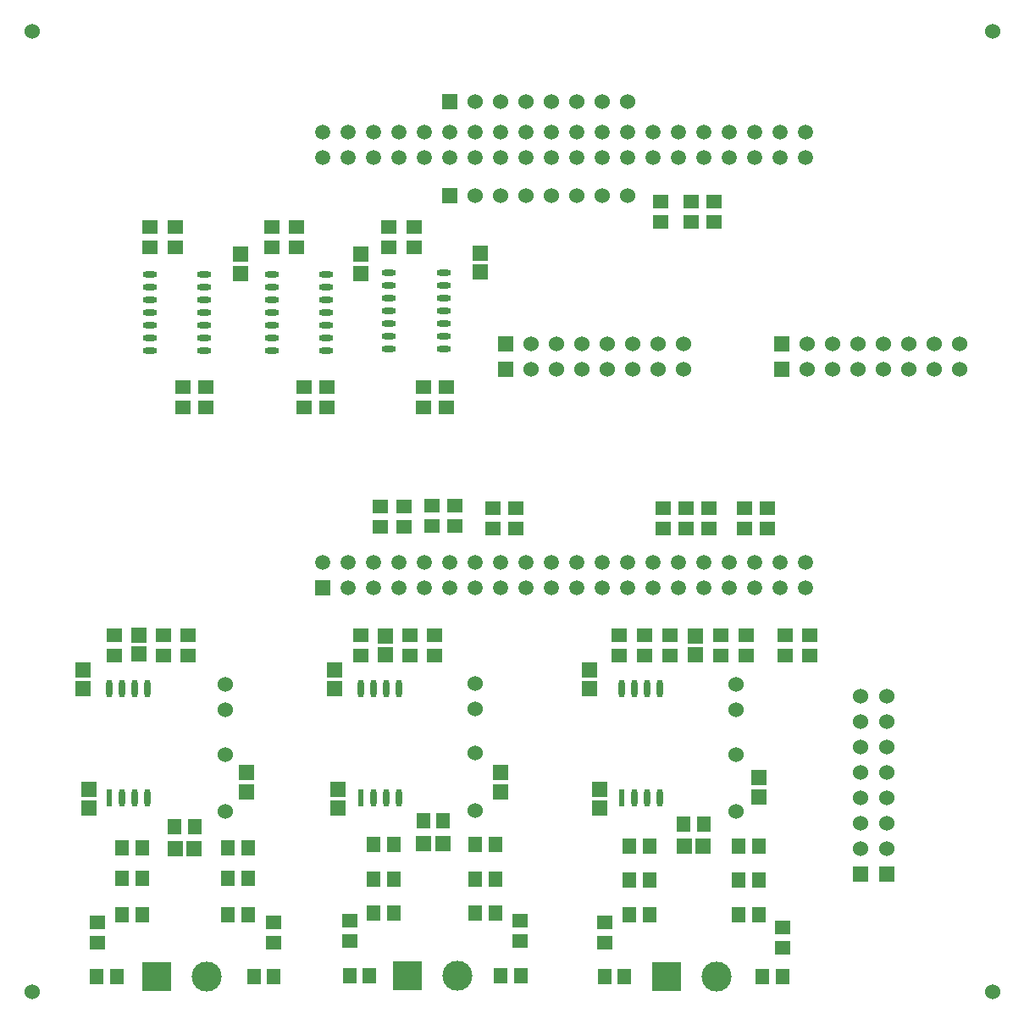
<source format=gbr>
G04 Layer_Color=255*
%FSLAX25Y25*%
%MOIN*%
%TF.FileFunction,Pads,Top*%
%TF.Part,Single*%
G01*
G75*
%TA.AperFunction,SMDPad,CuDef*%
%ADD10R,0.05905X0.05512*%
%ADD11R,0.05512X0.05905*%
%ADD12R,0.06299X0.05905*%
%ADD13R,0.05905X0.06299*%
%ADD14R,0.02362X0.07087*%
%ADD15O,0.02362X0.07087*%
%ADD16O,0.05709X0.02362*%
%TA.AperFunction,WasherPad*%
%ADD28C,0.06000*%
%TA.AperFunction,ComponentPad*%
%ADD29C,0.06000*%
%ADD30R,0.06000X0.06000*%
%ADD31R,0.06000X0.06000*%
%ADD32R,0.05905X0.05905*%
%ADD33C,0.05905*%
%ADD34C,0.11811*%
%ADD35R,0.11811X0.11811*%
D10*
X46500Y300937D02*
D03*
Y293063D02*
D03*
X150500Y293063D02*
D03*
Y300937D02*
D03*
X94500Y300937D02*
D03*
Y293063D02*
D03*
X259500Y303063D02*
D03*
Y310937D02*
D03*
X192177Y27937D02*
D03*
Y20063D02*
D03*
X124937Y27937D02*
D03*
Y20063D02*
D03*
X295437Y25437D02*
D03*
Y17563D02*
D03*
X225500Y27437D02*
D03*
Y19563D02*
D03*
X104000Y300937D02*
D03*
Y293063D02*
D03*
X140500Y300937D02*
D03*
Y293063D02*
D03*
X32500Y140437D02*
D03*
Y132563D02*
D03*
X148833Y140437D02*
D03*
Y132563D02*
D03*
X158500Y132563D02*
D03*
Y140437D02*
D03*
X129500Y140437D02*
D03*
Y132563D02*
D03*
X25746Y27437D02*
D03*
Y19563D02*
D03*
X94986Y27437D02*
D03*
Y19563D02*
D03*
X51833Y140437D02*
D03*
Y132563D02*
D03*
X61500Y132563D02*
D03*
Y140437D02*
D03*
X231000Y132563D02*
D03*
Y140437D02*
D03*
X240982Y140437D02*
D03*
Y132563D02*
D03*
X250964Y140437D02*
D03*
Y132563D02*
D03*
X271000Y140437D02*
D03*
Y132563D02*
D03*
X281000Y132563D02*
D03*
Y140437D02*
D03*
X296500Y140437D02*
D03*
Y132563D02*
D03*
X306000Y132563D02*
D03*
Y140437D02*
D03*
X289500Y182563D02*
D03*
Y190437D02*
D03*
X280500Y182563D02*
D03*
Y190437D02*
D03*
X266500Y182500D02*
D03*
Y190374D02*
D03*
X257500Y190437D02*
D03*
Y182563D02*
D03*
X248500Y182563D02*
D03*
Y190437D02*
D03*
X190500Y190437D02*
D03*
Y182563D02*
D03*
X181500Y182563D02*
D03*
Y190437D02*
D03*
X166500Y191437D02*
D03*
Y183563D02*
D03*
X157500Y183563D02*
D03*
Y191437D02*
D03*
X146500Y190937D02*
D03*
Y183063D02*
D03*
X137000Y183063D02*
D03*
Y190937D02*
D03*
X59500Y237937D02*
D03*
Y230063D02*
D03*
X68500Y237937D02*
D03*
Y230063D02*
D03*
X107000Y237937D02*
D03*
Y230063D02*
D03*
X116000Y237937D02*
D03*
Y230063D02*
D03*
X154000Y237937D02*
D03*
Y230063D02*
D03*
X163000Y237937D02*
D03*
Y230063D02*
D03*
X56500Y300937D02*
D03*
Y293063D02*
D03*
X247500Y303063D02*
D03*
Y310937D02*
D03*
X268500Y303063D02*
D03*
Y310937D02*
D03*
D11*
X154000Y67500D02*
D03*
X161874D02*
D03*
X174500Y31000D02*
D03*
X182374D02*
D03*
X182374Y44500D02*
D03*
X174500D02*
D03*
X174500Y58000D02*
D03*
X182374D02*
D03*
X192374Y6500D02*
D03*
X184500D02*
D03*
X142437Y58000D02*
D03*
X134563D02*
D03*
X134500Y44500D02*
D03*
X142374D02*
D03*
X142374Y31000D02*
D03*
X134500D02*
D03*
X125000Y6500D02*
D03*
X132874D02*
D03*
X256563Y66000D02*
D03*
X264437D02*
D03*
X295437Y6000D02*
D03*
X287563D02*
D03*
X278063Y30500D02*
D03*
X285937D02*
D03*
X285937Y44000D02*
D03*
X278063D02*
D03*
X278063Y57500D02*
D03*
X285937D02*
D03*
X225303Y6000D02*
D03*
X233177D02*
D03*
X242937Y30500D02*
D03*
X235063D02*
D03*
X235063Y44000D02*
D03*
X242937D02*
D03*
X242937Y57500D02*
D03*
X235063D02*
D03*
X25549Y6000D02*
D03*
X33423D02*
D03*
X95183D02*
D03*
X87309D02*
D03*
X77063Y30500D02*
D03*
X84937D02*
D03*
X43437D02*
D03*
X35563D02*
D03*
X35563Y44893D02*
D03*
X43437D02*
D03*
X43437Y56607D02*
D03*
X35563D02*
D03*
X84937Y44893D02*
D03*
X77063D02*
D03*
X77063Y56607D02*
D03*
X84937D02*
D03*
X56063Y65000D02*
D03*
X63937D02*
D03*
D12*
X184437Y78760D02*
D03*
Y86240D02*
D03*
X119000Y119260D02*
D03*
Y126740D02*
D03*
X84500Y78760D02*
D03*
Y86240D02*
D03*
X286000Y76760D02*
D03*
Y84240D02*
D03*
X20000Y119260D02*
D03*
Y126740D02*
D03*
X120500Y72260D02*
D03*
Y79740D02*
D03*
X223500Y72260D02*
D03*
Y79740D02*
D03*
X139221Y140099D02*
D03*
Y132619D02*
D03*
X176500Y283260D02*
D03*
Y290740D02*
D03*
X22500Y72260D02*
D03*
Y79740D02*
D03*
X42221Y140381D02*
D03*
Y132901D02*
D03*
X219500Y119260D02*
D03*
Y126740D02*
D03*
X261000Y140099D02*
D03*
Y132619D02*
D03*
X82000Y282760D02*
D03*
Y290240D02*
D03*
X129500Y282760D02*
D03*
Y290240D02*
D03*
D13*
X154197Y58500D02*
D03*
X161677D02*
D03*
X56260Y56500D02*
D03*
X63740D02*
D03*
X256619Y57554D02*
D03*
X264099D02*
D03*
D14*
X30500Y76500D02*
D03*
X129500D02*
D03*
X232000D02*
D03*
D15*
X35500D02*
D03*
X40500D02*
D03*
X45500D02*
D03*
X30500Y119413D02*
D03*
X35500D02*
D03*
X40500D02*
D03*
X45500D02*
D03*
X134500Y76500D02*
D03*
X139500D02*
D03*
X144500D02*
D03*
X129500Y119413D02*
D03*
X134500D02*
D03*
X139500D02*
D03*
X144500D02*
D03*
X237000Y76500D02*
D03*
X242000D02*
D03*
X247000D02*
D03*
X232000Y119413D02*
D03*
X237000D02*
D03*
X242000D02*
D03*
X247000D02*
D03*
D16*
X140543Y283000D02*
D03*
Y278000D02*
D03*
Y273000D02*
D03*
Y268000D02*
D03*
Y263000D02*
D03*
Y258000D02*
D03*
Y253000D02*
D03*
X162000Y283000D02*
D03*
Y278000D02*
D03*
Y273000D02*
D03*
Y268000D02*
D03*
Y263000D02*
D03*
Y258000D02*
D03*
Y253000D02*
D03*
X94272Y282500D02*
D03*
Y277500D02*
D03*
Y272500D02*
D03*
Y267500D02*
D03*
Y262500D02*
D03*
Y257500D02*
D03*
Y252500D02*
D03*
X115728Y282500D02*
D03*
Y277500D02*
D03*
Y272500D02*
D03*
Y267500D02*
D03*
Y262500D02*
D03*
Y257500D02*
D03*
Y252500D02*
D03*
X46272Y282500D02*
D03*
Y277500D02*
D03*
Y272500D02*
D03*
Y267500D02*
D03*
Y262500D02*
D03*
Y257500D02*
D03*
Y252500D02*
D03*
X67728Y282500D02*
D03*
Y277500D02*
D03*
Y272500D02*
D03*
Y267500D02*
D03*
Y262500D02*
D03*
Y257500D02*
D03*
Y252500D02*
D03*
D28*
X377953Y377953D02*
D03*
Y-0D02*
D03*
X0Y377953D02*
D03*
Y-0D02*
D03*
D29*
X184500Y313500D02*
D03*
X174500D02*
D03*
X234500D02*
D03*
X224500D02*
D03*
X214500D02*
D03*
X204500D02*
D03*
X194500D02*
D03*
X184500Y350500D02*
D03*
X174500D02*
D03*
X234500D02*
D03*
X224500D02*
D03*
X214500D02*
D03*
X204500D02*
D03*
X194500D02*
D03*
X326000Y66500D02*
D03*
Y56500D02*
D03*
Y116500D02*
D03*
Y106500D02*
D03*
Y96500D02*
D03*
Y86500D02*
D03*
Y76500D02*
D03*
X336500Y66500D02*
D03*
Y56500D02*
D03*
Y116500D02*
D03*
Y106500D02*
D03*
Y96500D02*
D03*
Y86500D02*
D03*
Y76500D02*
D03*
X325000Y255000D02*
D03*
X335000D02*
D03*
X345000D02*
D03*
X355000D02*
D03*
X365000D02*
D03*
X305000D02*
D03*
X315000D02*
D03*
X325000Y245000D02*
D03*
X335000D02*
D03*
X345000D02*
D03*
X355000D02*
D03*
X365000D02*
D03*
X305000D02*
D03*
X315000D02*
D03*
X216500Y255000D02*
D03*
X226500D02*
D03*
X236500D02*
D03*
X246500D02*
D03*
X256500D02*
D03*
X196500D02*
D03*
X206500D02*
D03*
X216500Y245000D02*
D03*
X226500D02*
D03*
X236500D02*
D03*
X246500D02*
D03*
X256500D02*
D03*
X196500D02*
D03*
X206500D02*
D03*
X174437Y71559D02*
D03*
Y94000D02*
D03*
Y111559D02*
D03*
Y121559D02*
D03*
X76000Y71059D02*
D03*
Y93500D02*
D03*
Y111059D02*
D03*
Y121059D02*
D03*
X277000Y71059D02*
D03*
Y93500D02*
D03*
Y111059D02*
D03*
Y121059D02*
D03*
D30*
X164500Y313500D02*
D03*
Y350500D02*
D03*
X295000Y255000D02*
D03*
Y245000D02*
D03*
X186500Y255000D02*
D03*
Y245000D02*
D03*
D31*
X326000Y46500D02*
D03*
X336500D02*
D03*
D32*
X114500Y159000D02*
D03*
D33*
X124500D02*
D03*
X134500D02*
D03*
X144500D02*
D03*
X154500D02*
D03*
X164500D02*
D03*
X174500D02*
D03*
X184500D02*
D03*
X194500D02*
D03*
X204500D02*
D03*
X214500D02*
D03*
X224500D02*
D03*
X234500D02*
D03*
X244500D02*
D03*
X254500D02*
D03*
X264500D02*
D03*
X274500D02*
D03*
X284500D02*
D03*
X294500D02*
D03*
X304500D02*
D03*
X114500Y169000D02*
D03*
X124500D02*
D03*
X134500D02*
D03*
X144500D02*
D03*
X154500D02*
D03*
X164500D02*
D03*
X174500D02*
D03*
X184500D02*
D03*
X194500D02*
D03*
X204500D02*
D03*
X214500D02*
D03*
X224500D02*
D03*
X234500D02*
D03*
X244500D02*
D03*
X254500D02*
D03*
X264500D02*
D03*
X274500D02*
D03*
X284500D02*
D03*
X294500D02*
D03*
X304500D02*
D03*
X114500Y328291D02*
D03*
X304500Y338291D02*
D03*
X294500D02*
D03*
X284500D02*
D03*
X274500D02*
D03*
X264500D02*
D03*
X254500D02*
D03*
X244500D02*
D03*
X234500D02*
D03*
X224500D02*
D03*
X214500D02*
D03*
X204500D02*
D03*
X194500D02*
D03*
X184500D02*
D03*
X174500D02*
D03*
X164500D02*
D03*
X154500D02*
D03*
X144500D02*
D03*
X134500D02*
D03*
X124500D02*
D03*
X114500D02*
D03*
X304500Y328291D02*
D03*
X294500D02*
D03*
X284500D02*
D03*
X274500D02*
D03*
X264500D02*
D03*
X254500D02*
D03*
X244500D02*
D03*
X234500D02*
D03*
X224500D02*
D03*
X214500D02*
D03*
X204500D02*
D03*
X194500D02*
D03*
X184500D02*
D03*
X174500D02*
D03*
X164500D02*
D03*
X154500D02*
D03*
X144500D02*
D03*
X134500D02*
D03*
X124500D02*
D03*
D34*
X269342Y6000D02*
D03*
X167280Y6500D02*
D03*
X68843Y6000D02*
D03*
D35*
X249658D02*
D03*
X147594Y6500D02*
D03*
X49158Y6000D02*
D03*
%TF.MD5,609217c47c8bcd0cc950b503e300ae37*%
M02*

</source>
